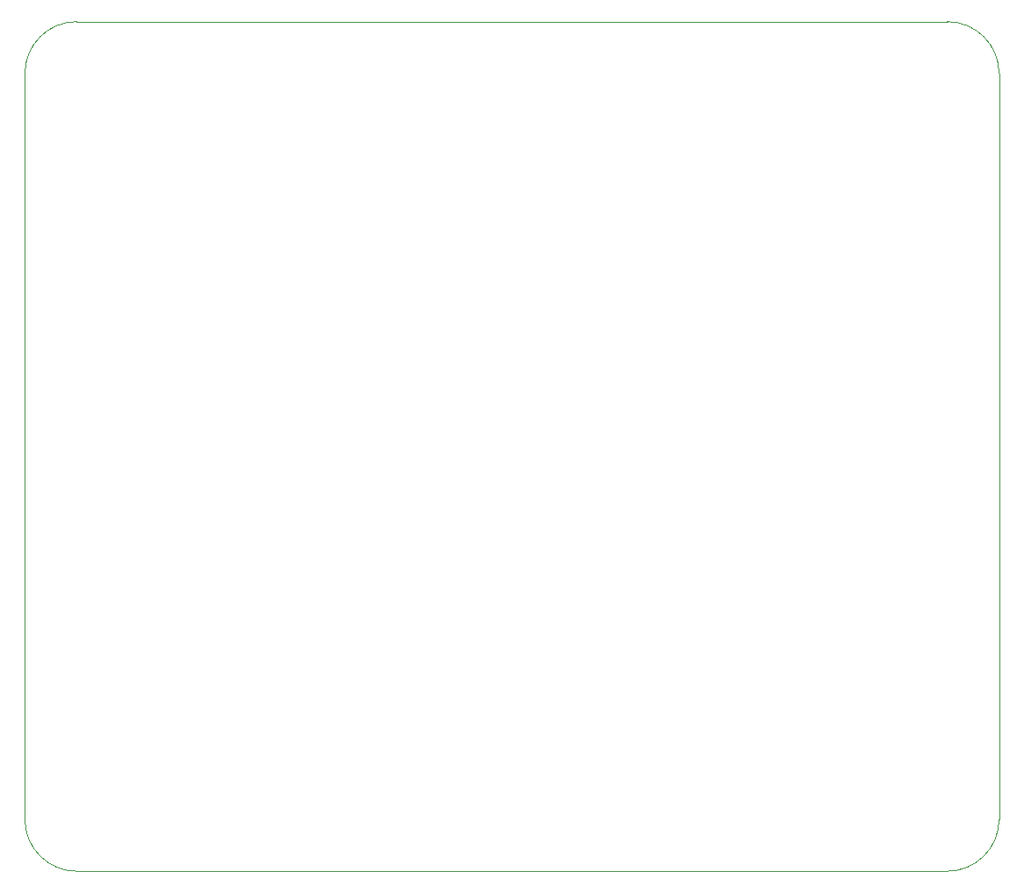
<source format=gm1>
%TF.GenerationSoftware,KiCad,Pcbnew,(6.0.11)*%
%TF.CreationDate,2023-02-06T13:49:03-06:00*%
%TF.ProjectId,InterferometerElectronics,496e7465-7266-4657-926f-6d6574657245,rev?*%
%TF.SameCoordinates,Original*%
%TF.FileFunction,Profile,NP*%
%FSLAX46Y46*%
G04 Gerber Fmt 4.6, Leading zero omitted, Abs format (unit mm)*
G04 Created by KiCad (PCBNEW (6.0.11)) date 2023-02-06 13:49:03*
%MOMM*%
%LPD*%
G01*
G04 APERTURE LIST*
%TA.AperFunction,Profile*%
%ADD10C,0.100000*%
%TD*%
G04 APERTURE END LIST*
D10*
X48000000Y-28000000D02*
X48000000Y-100000000D01*
X137000000Y-23000000D02*
X53000000Y-23000000D01*
X142000000Y-100000000D02*
X142000000Y-28000000D01*
X53000000Y-105000000D02*
X137000000Y-105000000D01*
X48000000Y-100000000D02*
G75*
G03*
X53000000Y-105000000I5000000J0D01*
G01*
X137000000Y-105000000D02*
G75*
G03*
X142000000Y-100000000I0J5000000D01*
G01*
X142000000Y-28000000D02*
G75*
G03*
X137000000Y-23000000I-5000000J0D01*
G01*
X53000000Y-23000000D02*
G75*
G03*
X48000000Y-28000000I0J-5000000D01*
G01*
M02*

</source>
